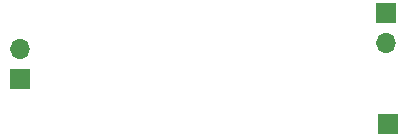
<source format=gbr>
%TF.GenerationSoftware,KiCad,Pcbnew,(5.1.10)-1*%
%TF.CreationDate,2021-11-09T18:22:06+08:00*%
%TF.ProjectId,mt3608,6d743336-3038-42e6-9b69-6361645f7063,rev?*%
%TF.SameCoordinates,Original*%
%TF.FileFunction,Soldermask,Bot*%
%TF.FilePolarity,Negative*%
%FSLAX46Y46*%
G04 Gerber Fmt 4.6, Leading zero omitted, Abs format (unit mm)*
G04 Created by KiCad (PCBNEW (5.1.10)-1) date 2021-11-09 18:22:06*
%MOMM*%
%LPD*%
G01*
G04 APERTURE LIST*
%ADD10R,1.700000X1.700000*%
%ADD11O,1.700000X1.700000*%
G04 APERTURE END LIST*
D10*
%TO.C,EN*%
X70730000Y-50580000D03*
%TD*%
%TO.C,Vin*%
X70590000Y-41220000D03*
D11*
X70590000Y-43760000D03*
%TD*%
%TO.C,Vout*%
X39550000Y-44240000D03*
D10*
X39550000Y-46780000D03*
%TD*%
M02*

</source>
